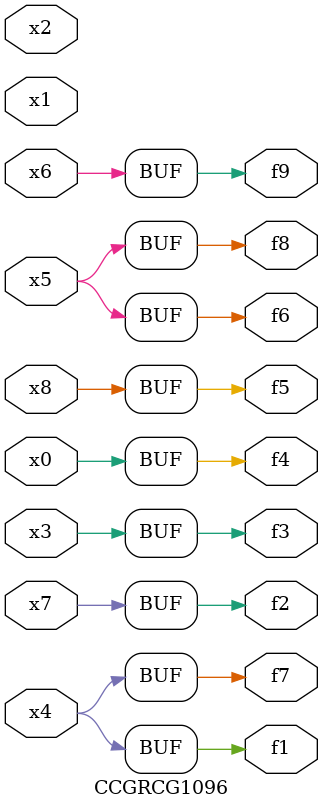
<source format=v>
module CCGRCG1096(
	input x0, x1, x2, x3, x4, x5, x6, x7, x8,
	output f1, f2, f3, f4, f5, f6, f7, f8, f9
);
	assign f1 = x4;
	assign f2 = x7;
	assign f3 = x3;
	assign f4 = x0;
	assign f5 = x8;
	assign f6 = x5;
	assign f7 = x4;
	assign f8 = x5;
	assign f9 = x6;
endmodule

</source>
